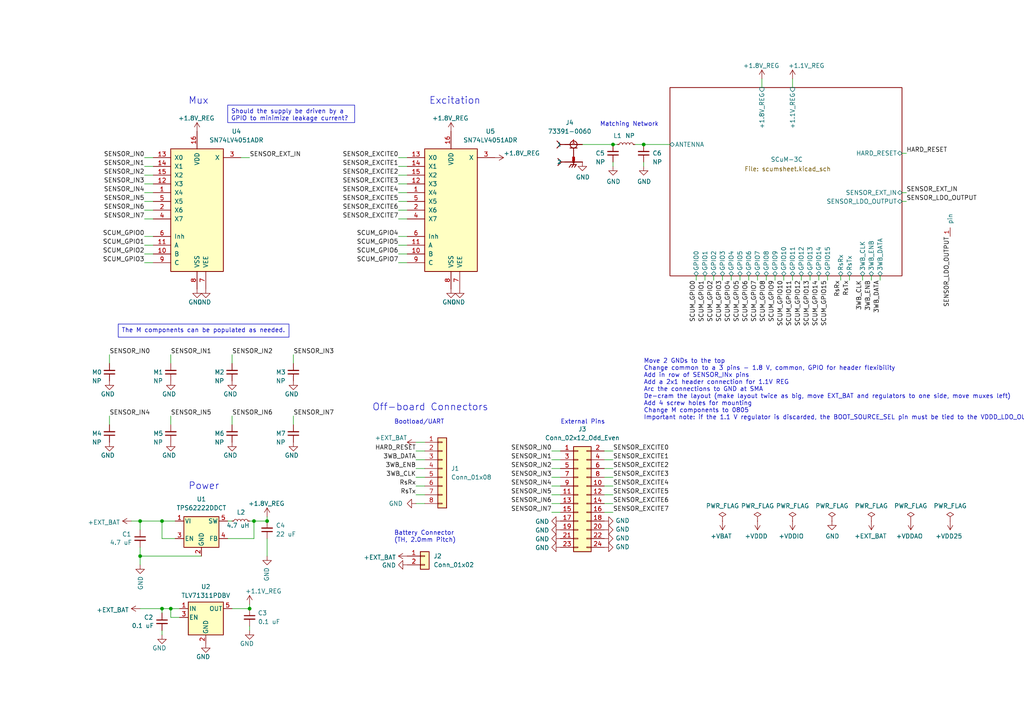
<source format=kicad_sch>
(kicad_sch (version 20230121) (generator eeschema)
  (paper "A4")
  (title_block (title "Sulu-SmartStake") (rev "v1.0") (company "Berkeley Sensor and Actuator Center") (comment 1 "Titan Yuan") (comment 2 "Author(s):") (comment 3 "Based heavily on Sulu PCB"))
  (lib_symbols
    (symbol "4xxx:4051" (pin_names (offset 1.016))
      (property "Reference" "U" (at -7.62 19.05 0))
      (property "Value" "4051" (at -7.62 -19.05 0))
      (symbol "4051_1_0"
        (pin passive line (at -12.7 5.08 0) (length 5.08) (name "X4") (number "1"))
        (pin input line (at -12.7 -12.7 0) (length 5.08) (name "B") (number "10"))
        (pin input line (at -12.7 -10.16 0) (length 5.08) (name "A") (number "11"))
        (pin passive line (at -12.7 7.62 0) (length 5.08) (name "X3") (number "12"))
        (pin passive line (at -12.7 15.24 0) (length 5.08) (name "X0") (number "13"))
        (pin passive line (at -12.7 12.7 0) (length 5.08) (name "X1") (number "14"))
        (pin passive line (at -12.7 10.16 0) (length 5.08) (name "X2") (number "15"))
        (pin power_in line (at 0 22.86 270) (length 5.08) (name "VDD") (number "16"))
        (pin passive line (at -12.7 0 0) (length 5.08) (name "X6") (number "2"))
        (pin passive line (at 12.7 15.24 180) (length 5.08) (name "X") (number "3"))
        (pin passive line (at -12.7 -2.54 0) (length 5.08) (name "X7") (number "4"))
        (pin passive line (at -12.7 2.54 0) (length 5.08) (name "X5") (number "5"))
        (pin input line (at -12.7 -7.62 0) (length 5.08) (name "Inh") (number "6"))
        (pin power_in line (at 2.54 -22.86 90) (length 5.08) (name "VEE") (number "7"))
        (pin power_in line (at 0 -22.86 90) (length 5.08) (name "VSS") (number "8"))
        (pin input line (at -12.7 -15.24 0) (length 5.08) (name "C") (number "9"))
      )
      (symbol "4051_1_1"
        (rectangle (start -7.62 17.78) (end 7.62 -17.78) (stroke (width 0.254)) (fill (type background)))
      )
    )
    (symbol "73391-0060:73391-0060" (pin_names (offset 1.016))
      (property "Reference" "J" (at -3.81 4.064 0))
      (property "Value" "73391-0060" (at -4.318 -5.588 0))
      (symbol "73391-0060_0_0"
        (circle (center 0 -2.54) (radius 0.254) (stroke (width 0.254)))
        (polyline (pts (xy -4.826 1.524) (xy -3.81 2.54)) (stroke (width 0.254)))
        (polyline (pts (xy -4.826 3.556) (xy -3.81 2.54)) (stroke (width 0.254)))
        (polyline (pts (xy -4.572 -3.556) (xy -3.556 -2.54)) (stroke (width 0.254)))
        (polyline (pts (xy -4.572 -1.524) (xy -3.556 -2.54)) (stroke (width 0.254)))
        (polyline (pts (xy -3.81 2.54) (xy 2.54 2.54)) (stroke (width 0.254)))
        (polyline (pts (xy -1.016 1.524) (xy 0 1.524)) (stroke (width 0.254)))
        (polyline (pts (xy -0.762 -3.302) (xy -1.27 -4.064)) (stroke (width 0.254)))
        (polyline (pts (xy 0 -3.302) (xy -0.762 -3.302)) (stroke (width 0.254)))
        (polyline (pts (xy 0 -3.302) (xy -0.508 -4.064)) (stroke (width 0.254)))
        (polyline (pts (xy 0 -3.302) (xy 0.762 -3.302)) (stroke (width 0.254)))
        (polyline (pts (xy 0 -2.54) (xy -3.556 -2.54)) (stroke (width 0.254)))
        (polyline (pts (xy 0 -2.54) (xy 0 -3.302)) (stroke (width 0.254)))
        (polyline (pts (xy 0 1.524) (xy 0 -2.54)) (stroke (width 0.254)))
        (polyline (pts (xy 0 1.524) (xy 1.016 1.524)) (stroke (width 0.254)))
        (polyline (pts (xy 0.762 -3.302) (xy 0.254 -4.064)) (stroke (width 0.254)))
        (polyline (pts (xy 2.54 -2.54) (xy 0 -2.54)) (stroke (width 0.254)))
        (circle (center 0 2.54) (radius 1.016) (stroke (width 0.254)))
        (pin passive line (at 2.54 2.54 180) (length 5.08) (name "1") (number "1"))
        (pin passive line (at 2.54 -2.54 180) (length 5.08) (name "2") (number "2"))
        (pin passive line (at 2.54 -2.54 180) (length 5.08) (name "2") (number "3"))
        (pin passive line (at 2.54 -2.54 180) (length 5.08) (name "2") (number "4"))
        (pin passive line (at 2.54 -2.54 180) (length 5.08) (name "2") (number "5"))
      )
    )
    (symbol "Connector_Generic:Conn_01x02" (pin_names (offset 1.016) hide)
      (property "Reference" "J" (at 0 2.54 0))
      (property "Value" "Conn_01x02" (at 0 -5.08 0))
      (symbol "Conn_01x02_1_1"
        (rectangle (start -1.27 -2.413) (end 0 -2.667) (stroke (width 0.1524)))
        (rectangle (start -1.27 0.127) (end 0 -0.127) (stroke (width 0.1524)))
        (rectangle (start -1.27 1.27) (end 1.27 -3.81) (stroke (width 0.254)) (fill (type background)))
        (pin passive line (at -5.08 0 0) (length 3.81) (name "Pin_1") (number "1"))
        (pin passive line (at -5.08 -2.54 0) (length 3.81) (name "Pin_2") (number "2"))
      )
    )
    (symbol "Connector_Generic:Conn_01x08" (pin_names (offset 1.016) hide)
      (property "Reference" "J" (at 0 10.16 0))
      (property "Value" "Conn_01x08" (at 0 -12.7 0))
      (symbol "Conn_01x08_1_1"
        (rectangle (start -1.27 -10.033) (end 0 -10.287) (stroke (width 0.1524)))
        (rectangle (start -1.27 -7.493) (end 0 -7.747) (stroke (width 0.1524)))
        (rectangle (start -1.27 -4.953) (end 0 -5.207) (stroke (width 0.1524)))
        (rectangle (start -1.27 -2.413) (end 0 -2.667) (stroke (width 0.1524)))
        (rectangle (start -1.27 0.127) (end 0 -0.127) (stroke (width 0.1524)))
        (rectangle (start -1.27 2.667) (end 0 2.413) (stroke (width 0.1524)))
        (rectangle (start -1.27 5.207) (end 0 4.953) (stroke (width 0.1524)))
        (rectangle (start -1.27 7.747) (end 0 7.493) (stroke (width 0.1524)))
        (rectangle (start -1.27 8.89) (end 1.27 -11.43) (stroke (width 0.254)) (fill (type background)))
        (pin passive line (at -5.08 7.62 0) (length 3.81) (name "Pin_1") (number "1"))
        (pin passive line (at -5.08 5.08 0) (length 3.81) (name "Pin_2") (number "2"))
        (pin passive line (at -5.08 2.54 0) (length 3.81) (name "Pin_3") (number "3"))
        (pin passive line (at -5.08 0 0) (length 3.81) (name "Pin_4") (number "4"))
        (pin passive line (at -5.08 -2.54 0) (length 3.81) (name "Pin_5") (number "5"))
        (pin passive line (at -5.08 -5.08 0) (length 3.81) (name "Pin_6") (number "6"))
        (pin passive line (at -5.08 -7.62 0) (length 3.81) (name "Pin_7") (number "7"))
        (pin passive line (at -5.08 -10.16 0) (length 3.81) (name "Pin_8") (number "8"))
      )
    )
    (symbol "Connector_Generic:Conn_02x12_Odd_Even" (pin_names (offset 1.016) hide)
      (property "Reference" "J" (at 1.27 15.24 0))
      (property "Value" "Conn_02x12_Odd_Even" (at 1.27 -17.78 0))
      (symbol "Conn_02x12_Odd_Even_1_1"
        (rectangle (start -1.27 -15.113) (end 0 -15.367) (stroke (width 0.1524)))
        (rectangle (start -1.27 -12.573) (end 0 -12.827) (stroke (width 0.1524)))
        (rectangle (start -1.27 -10.033) (end 0 -10.287) (stroke (width 0.1524)))
        (rectangle (start -1.27 -7.493) (end 0 -7.747) (stroke (width 0.1524)))
        (rectangle (start -1.27 -4.953) (end 0 -5.207) (stroke (width 0.1524)))
        (rectangle (start -1.27 -2.413) (end 0 -2.667) (stroke (width 0.1524)))
        (rectangle (start -1.27 0.127) (end 0 -0.127) (stroke (width 0.1524)))
        (rectangle (start -1.27 2.667) (end 0 2.413) (stroke (width 0.1524)))
        (rectangle (start -1.27 5.207) (end 0 4.953) (stroke (width 0.1524)))
        (rectangle (start -1.27 7.747) (end 0 7.493) (stroke (width 0.1524)))
        (rectangle (start -1.27 10.287) (end 0 10.033) (stroke (width 0.1524)))
        (rectangle (start -1.27 12.827) (end 0 12.573) (stroke (width 0.1524)))
        (rectangle (start -1.27 13.97) (end 3.81 -16.51) (stroke (width 0.254)) (fill (type background)))
        (rectangle (start 3.81 -15.113) (end 2.54 -15.367) (stroke (width 0.1524)))
        (rectangle (start 3.81 -12.573) (end 2.54 -12.827) (stroke (width 0.1524)))
        (rectangle (start 3.81 -10.033) (end 2.54 -10.287) (stroke (width 0.1524)))
        (rectangle (start 3.81 -7.493) (end 2.54 -7.747) (stroke (width 0.1524)))
        (rectangle (start 3.81 -4.953) (end 2.54 -5.207) (stroke (width 0.1524)))
        (rectangle (start 3.81 -2.413) (end 2.54 -2.667) (stroke (width 0.1524)))
        (rectangle (start 3.81 0.127) (end 2.54 -0.127) (stroke (width 0.1524)))
        (rectangle (start 3.81 2.667) (end 2.54 2.413) (stroke (width 0.1524)))
        (rectangle (start 3.81 5.207) (end 2.54 4.953) (stroke (width 0.1524)))
        (rectangle (start 3.81 7.747) (end 2.54 7.493) (stroke (width 0.1524)))
        (rectangle (start 3.81 10.287) (end 2.54 10.033) (stroke (width 0.1524)))
        (rectangle (start 3.81 12.827) (end 2.54 12.573) (stroke (width 0.1524)))
        (pin passive line (at -5.08 12.7 0) (length 3.81) (name "Pin_1") (number "1"))
        (pin passive line (at 7.62 2.54 180) (length 3.81) (name "Pin_10") (number "10"))
        (pin passive line (at -5.08 0 0) (length 3.81) (name "Pin_11") (number "11"))
        (pin passive line (at 7.62 0 180) (length 3.81) (name "Pin_12") (number "12"))
        (pin passive line (at -5.08 -2.54 0) (length 3.81) (name "Pin_13") (number "13"))
        (pin passive line (at 7.62 -2.54 180) (length 3.81) (name "Pin_14") (number "14"))
        (pin passive line (at -5.08 -5.08 0) (length 3.81) (name "Pin_15") (number "15"))
        (pin passive line (at 7.62 -5.08 180) (length 3.81) (name "Pin_16") (number "16"))
        (pin passive line (at -5.08 -7.62 0) (length 3.81) (name "Pin_17") (number "17"))
        (pin passive line (at 7.62 -7.62 180) (length 3.81) (name "Pin_18") (number "18"))
        (pin passive line (at -5.08 -10.16 0) (length 3.81) (name "Pin_19") (number "19"))
        (pin passive line (at 7.62 12.7 180) (length 3.81) (name "Pin_2") (number "2"))
        (pin passive line (at 7.62 -10.16 180) (length 3.81) (name "Pin_20") (number "20"))
        (pin passive line (at -5.08 -12.7 0) (length 3.81) (name "Pin_21") (number "21"))
        (pin passive line (at 7.62 -12.7 180) (length 3.81) (name "Pin_22") (number "22"))
        (pin passive line (at -5.08 -15.24 0) (length 3.81) (name "Pin_23") (number "23"))
        (pin passive line (at 7.62 -15.24 180) (length 3.81) (name "Pin_24") (number "24"))
        (pin passive line (at -5.08 10.16 0) (length 3.81) (name "Pin_3") (number "3"))
        (pin passive line (at 7.62 10.16 180) (length 3.81) (name "Pin_4") (number "4"))
        (pin passive line (at -5.08 7.62 0) (length 3.81) (name "Pin_5") (number "5"))
        (pin passive line (at 7.62 7.62 180) (length 3.81) (name "Pin_6") (number "6"))
        (pin passive line (at -5.08 5.08 0) (length 3.81) (name "Pin_7") (number "7"))
        (pin passive line (at 7.62 5.08 180) (length 3.81) (name "Pin_8") (number "8"))
        (pin passive line (at -5.08 2.54 0) (length 3.81) (name "Pin_9") (number "9"))
      )
    )
    (symbol "Device:C_Small" (pin_numbers hide) (pin_names (offset 0.254) hide)
      (property "Reference" "C" (at 0.254 1.778 0))
      (property "Value" "C_Small" (at 0.254 -2.032 0))
      (symbol "C_Small_0_1"
        (polyline (pts (xy -1.524 -0.508) (xy 1.524 -0.508)) (stroke (width 0.3302)))
        (polyline (pts (xy -1.524 0.508) (xy 1.524 0.508)) (stroke (width 0.3048)))
      )
      (symbol "C_Small_1_1"
        (pin passive line (at 0 2.54 270) (length 2.032) (name "~") (number "1"))
        (pin passive line (at 0 -2.54 90) (length 2.032) (name "~") (number "2"))
      )
    )
    (symbol "Device:L_Small" (pin_numbers hide) (pin_names (offset 0.254) hide)
      (property "Reference" "L" (at 0.762 1.016 0))
      (property "Value" "L_Small" (at 0.762 -1.016 0))
      (symbol "L_Small_0_1"
        (arc (start 0 -2.032) (mid 0.5058 -1.524) (end 0 -1.016))
        (arc (start 0 -1.016) (mid 0.5058 -0.508) (end 0 0))
        (arc (start 0 0) (mid 0.5058 0.508) (end 0 1.016))
        (arc (start 0 1.016) (mid 0.5058 1.524) (end 0 2.032))
      )
      (symbol "L_Small_1_1"
        (pin passive line (at 0 2.54 270) (length 0.508) (name "~") (number "1"))
        (pin passive line (at 0 -2.54 90) (length 0.508) (name "~") (number "2"))
      )
    )
    (symbol "Regulator_Linear:TLV71311PDBV" (pin_names (offset 0.254))
      (property "Reference" "U" (at -3.81 5.715 0))
      (property "Value" "TLV71311PDBV" (at 0 5.715 0))
      (symbol "TLV71311PDBV_0_1"
        (rectangle (start -5.08 4.445) (end 5.08 -5.08) (stroke (width 0.254)) (fill (type background)))
      )
      (symbol "TLV71311PDBV_1_1"
        (pin power_in line (at -7.62 2.54 0) (length 2.54) (name "IN") (number "1"))
        (pin power_in line (at 0 -7.62 90) (length 2.54) (name "GND") (number "2"))
        (pin input line (at -7.62 0 0) (length 2.54) (name "EN") (number "3"))
        (pin no_connect line (at 5.08 0 180) (length 2.54) hide (name "NC") (number "4"))
        (pin power_out line (at 7.62 2.54 180) (length 2.54) (name "OUT") (number "5"))
      )
    )
    (symbol "draft1lib:+1.8V_REG" (power) (pin_names (offset 0))
      (property "Value" "+1.8V_REG" (at 0 3.556 0))
      (symbol "+1.8V_REG_0_1"
        (polyline (pts (xy -0.762 1.27) (xy 0 2.54)))
        (polyline (pts (xy 0 0) (xy 0 2.54)))
        (polyline (pts (xy 0 2.54) (xy 0.762 1.27)))
      )
      (symbol "+1.8V_REG_1_1"
        (pin power_in line (at 0 0 90) (length 0) hide (name "+1.8V_REG") (number "1"))
      )
    )
    (symbol "draft1library:+1.1V_REG" (power) (pin_names (offset 0))
      (property "Value" "+1.1V_REG" (at 0 3.556 0))
      (symbol "+1.1V_REG_0_1"
        (polyline (pts (xy -0.762 1.27) (xy 0 2.54)))
        (polyline (pts (xy 0 0) (xy 0 2.54)))
        (polyline (pts (xy 0 2.54) (xy 0.762 1.27)))
      )
      (symbol "+1.1V_REG_1_1"
        (pin power_in line (at 0 0 90) (length 0) hide (name "+1.1V_REG") (number "1"))
      )
    )
    (symbol "draft1library:+1.8V_REG" (power) (pin_names (offset 0))
      (property "Value" "+1.8V_REG" (at 0 3.556 0))
      (symbol "+1.8V_REG_0_1"
        (polyline (pts (xy -0.762 1.27) (xy 0 2.54)))
        (polyline (pts (xy 0 0) (xy 0 2.54)))
        (polyline (pts (xy 0 2.54) (xy 0.762 1.27)))
      )
      (symbol "+1.8V_REG_1_1"
        (pin power_in line (at 0 0 90) (length 0) hide (name "+1.8V_REG") (number "1"))
      )
    )
    (symbol "draft1library:+EXT_BAT" (power) (pin_names (offset 0))
      (property "Value" "+EXT_BAT" (at 0 3.556 0))
      (symbol "+EXT_BAT_0_1"
        (polyline (pts (xy -0.762 1.27) (xy 0 2.54)))
        (polyline (pts (xy 0 0) (xy 0 2.54)))
        (polyline (pts (xy 0 2.54) (xy 0.762 1.27)))
      )
      (symbol "+EXT_BAT_1_1"
        (pin power_in line (at 0 0 90) (length 0) hide (name "+EXT_BAT") (number "1"))
      )
    )
    (symbol "draft1library:+VBAT" (power) (pin_names (offset 0))
      (property "Value" "+VBAT" (at 0 3.556 0))
      (symbol "+VBAT_0_1"
        (polyline (pts (xy -0.762 1.27) (xy 0 2.54)))
        (polyline (pts (xy 0 0) (xy 0 2.54)))
        (polyline (pts (xy 0 2.54) (xy 0.762 1.27)))
      )
      (symbol "+VBAT_1_1"
        (pin power_in line (at 0 0 90) (length 0) hide (name "+VBAT") (number "1"))
      )
    )
    (symbol "draft1library:+VDD25" (power) (pin_names (offset 0))
      (property "Value" "+VDD25" (at 0 3.556 0))
      (symbol "+VDD25_0_1"
        (polyline (pts (xy -0.762 1.27) (xy 0 2.54)))
        (polyline (pts (xy 0 0) (xy 0 2.54)))
        (polyline (pts (xy 0 2.54) (xy 0.762 1.27)))
      )
      (symbol "+VDD25_1_1"
        (pin power_in line (at 0 0 90) (length 0) hide (name "+VDD25") (number "1"))
      )
    )
    (symbol "draft1library:+VDDAO" (power) (pin_names (offset 0))
      (property "Value" "+VDDAO" (at 0 3.556 0))
      (symbol "+VDDAO_0_1"
        (polyline (pts (xy -0.762 1.27) (xy 0 2.54)))
        (polyline (pts (xy 0 0) (xy 0 2.54)))
        (polyline (pts (xy 0 2.54) (xy 0.762 1.27)))
      )
      (symbol "+VDDAO_1_1"
        (pin power_in line (at 0 0 90) (length 0) hide (name "+VDDAO") (number "1"))
      )
    )
    (symbol "draft1library:+VDDD" (power) (pin_names (offset 0))
      (property "Value" "+VDDD" (at 0 3.556 0))
      (symbol "+VDDD_0_1"
        (polyline (pts (xy -0.762 1.27) (xy 0 2.54)))
        (polyline (pts (xy 0 0) (xy 0 2.54)))
        (polyline (pts (xy 0 2.54) (xy 0.762 1.27)))
      )
      (symbol "+VDDD_1_1"
        (pin power_in line (at 0 0 90) (length 0) hide (name "+VDDD") (number "1"))
      )
    )
    (symbol "draft1library:+VDDIO" (power) (pin_names (offset 0))
      (property "Value" "+VDDIO" (at 0 3.556 0))
      (symbol "+VDDIO_0_1"
        (polyline (pts (xy -0.762 1.27) (xy 0 2.54)))
        (polyline (pts (xy 0 0) (xy 0 2.54)))
        (polyline (pts (xy 0 2.54) (xy 0.762 1.27)))
      )
      (symbol "+VDDIO_1_1"
        (pin power_in line (at 0 0 90) (length 0) hide (name "+VDDIO") (number "1"))
      )
    )
    (symbol "draft1library:TPS62222DDCT" (pin_names (offset 0.254))
      (property "Reference" "U" (at -5.08 7.62 0))
      (property "Value" "TPS62222DDCT" (at 0 7.62 0))
      (symbol "TPS62222DDCT_0_1"
        (rectangle (start -5.08 6.35) (end 5.08 -2.54) (stroke (width 0.254)) (fill (type background)))
      )
      (symbol "TPS62222DDCT_1_1"
        (pin power_in line (at -7.62 5.08 0) (length 2.54) (name "VI") (number "1"))
        (pin power_in line (at 0 -5.08 90) (length 2.54) (name "GND") (number "2"))
        (pin input line (at -7.62 0 0) (length 2.54) (name "EN") (number "3"))
        (pin input line (at 7.62 0 180) (length 2.54) (name "FB") (number "4"))
        (pin output line (at 7.62 5.08 180) (length 2.54) (name "SW") (number "5"))
      )
    )
    (symbol "draft1library:through_hole" (pin_names (offset 1.016))
      (symbol "through_hole_1_1"
        (pin output line (at 0 0 0) (length 2.54) (name "pin") (number "1"))
      )
    )
    (symbol "power:GND" (power) (pin_names (offset 0))
      (property "Value" "GND" (at 0 -3.81 0))
      (symbol "GND_0_1"
        (polyline (pts (xy 0 0) (xy 0 -1.27) (xy 1.27 -1.27) (xy 0 -2.54) (xy -1.27 -1.27) (xy 0 -1.27)))
      )
      (symbol "GND_1_1"
        (pin power_in line (at 0 0 270) (length 0) hide (name "GND") (number "1"))
      )
    )
    (symbol "power:PWR_FLAG" (power) (pin_numbers hide) (pin_names (offset 0) hide)
      (property "Value" "PWR_FLAG" (at 0 3.81 0))
      (symbol "PWR_FLAG_0_0"
        (pin power_out line (at 0 0 90) (length 0) (name "pwr") (number "1"))
      )
      (symbol "PWR_FLAG_0_1"
        (polyline (pts (xy 0 0) (xy 0 1.27) (xy -1.016 1.905) (xy 0 2.54) (xy 1.016 1.905) (xy 0 1.27)))
      )
    )
  )
  (junction (at 77.47 151.13))
  (junction (at 73.66 151.13))
  (junction (at 177.8 41.91))
  (junction (at 40.64 151.13))
  (junction (at 72.39 176.53))
  (junction (at 186.69 41.91))
  (junction (at 46.99 151.13))
  (junction (at 40.64 161.29))
  (junction (at 49.53 176.53))
  (junction (at 46.99 176.53))
  (wire (pts (xy 85.09 120.65) (xy 85.09 123.19)))
  (wire (pts (xy 41.91 68.58) (xy 44.45 68.58)))
  (wire (pts (xy 175.26 135.89) (xy 177.8 135.89)))
  (wire (pts (xy 115.57 58.42) (xy 118.11 58.42)))
  (wire (pts (xy 224.79 80.01) (xy 224.79 81.28)))
  (wire (pts (xy 77.47 149.86) (xy 77.47 151.13)))
  (wire (pts (xy 160.02 135.89) (xy 162.56 135.89)))
  (wire (pts (xy 52.07 179.07) (xy 49.53 179.07)))
  (wire (pts (xy 49.53 176.53) (xy 52.07 176.53)))
  (wire (pts (xy 49.53 102.87) (xy 49.53 105.41)))
  (wire (pts (xy 46.99 156.21) (xy 46.99 151.13)))
  (wire (pts (xy 46.99 177.8) (xy 46.99 176.53)))
  (wire (pts (xy 237.49 80.01) (xy 237.49 81.28)))
  (wire (pts (xy 69.85 45.72) (xy 72.39 45.72)))
  (wire (pts (xy 41.91 71.12) (xy 44.45 71.12)))
  (wire (pts (xy 175.26 133.35) (xy 177.8 133.35)))
  (wire (pts (xy 214.63 80.01) (xy 214.63 81.28)))
  (wire (pts (xy 229.87 80.01) (xy 229.87 81.28)))
  (wire (pts (xy 217.17 80.01) (xy 217.17 81.28)))
  (wire (pts (xy 120.65 146.05) (xy 123.19 146.05)))
  (wire (pts (xy 229.87 22.86) (xy 229.87 25.4)))
  (wire (pts (xy 77.47 156.21) (xy 77.47 161.29)))
  (wire (pts (xy 115.57 53.34) (xy 118.11 53.34)))
  (wire (pts (xy 38.1 151.13) (xy 40.64 151.13)))
  (wire (pts (xy 49.53 120.65) (xy 49.53 123.19)))
  (wire (pts (xy 175.26 146.05) (xy 177.8 146.05)))
  (wire (pts (xy 115.57 71.12) (xy 118.11 71.12)))
  (wire (pts (xy 120.65 140.97) (xy 123.19 140.97)))
  (wire (pts (xy 175.26 143.51) (xy 177.8 143.51)))
  (wire (pts (xy 85.09 102.87) (xy 85.09 105.41)))
  (wire (pts (xy 160.02 140.97) (xy 162.56 140.97)))
  (wire (pts (xy 46.99 151.13) (xy 50.8 151.13)))
  (wire (pts (xy 222.25 80.01) (xy 222.25 81.28)))
  (wire (pts (xy 250.19 80.01) (xy 250.19 81.28)))
  (wire (pts (xy 40.64 163.83) (xy 40.64 161.29)))
  (wire (pts (xy 168.91 41.91) (xy 177.8 41.91)))
  (wire (pts (xy 40.64 151.13) (xy 46.99 151.13)))
  (wire (pts (xy 120.65 135.89) (xy 123.19 135.89)))
  (wire (pts (xy 201.93 80.01) (xy 201.93 81.28)))
  (wire (pts (xy 41.91 48.26) (xy 44.45 48.26)))
  (wire (pts (xy 186.69 48.26) (xy 186.69 46.99)))
  (wire (pts (xy 66.04 156.21) (xy 73.66 156.21)))
  (wire (pts (xy 160.02 133.35) (xy 162.56 133.35)))
  (wire (pts (xy 73.66 151.13) (xy 77.47 151.13)))
  (wire (pts (xy 115.57 50.8) (xy 118.11 50.8)))
  (wire (pts (xy 234.95 80.01) (xy 234.95 81.28)))
  (wire (pts (xy 175.26 140.97) (xy 177.8 140.97)))
  (wire (pts (xy 255.27 80.01) (xy 255.27 81.28)))
  (wire (pts (xy 115.57 73.66) (xy 118.11 73.66)))
  (wire (pts (xy 72.39 151.13) (xy 73.66 151.13)))
  (wire (pts (xy 194.31 41.91) (xy 186.69 41.91)))
  (wire (pts (xy 160.02 130.81) (xy 162.56 130.81)))
  (wire (pts (xy 41.91 73.66) (xy 44.45 73.66)))
  (wire (pts (xy 31.75 120.65) (xy 31.75 123.19)))
  (wire (pts (xy 41.91 60.96) (xy 44.45 60.96)))
  (wire (pts (xy 40.64 176.53) (xy 46.99 176.53)))
  (wire (pts (xy 120.65 130.81) (xy 123.19 130.81)))
  (wire (pts (xy 184.15 41.91) (xy 186.69 41.91)))
  (wire (pts (xy 160.02 148.59) (xy 162.56 148.59)))
  (wire (pts (xy 120.65 133.35) (xy 123.19 133.35)))
  (wire (pts (xy 41.91 76.2) (xy 44.45 76.2)))
  (wire (pts (xy 115.57 60.96) (xy 118.11 60.96)))
  (wire (pts (xy 120.65 128.27) (xy 123.19 128.27)))
  (wire (pts (xy 73.66 156.21) (xy 73.66 151.13)))
  (wire (pts (xy 41.91 55.88) (xy 44.45 55.88)))
  (wire (pts (xy 72.39 182.88) (xy 72.39 181.61)))
  (wire (pts (xy 50.8 156.21) (xy 46.99 156.21)))
  (wire (pts (xy 243.84 80.01) (xy 243.84 81.28)))
  (wire (pts (xy 227.33 80.01) (xy 227.33 81.28)))
  (wire (pts (xy 40.64 161.29) (xy 58.42 161.29)))
  (wire (pts (xy 160.02 143.51) (xy 162.56 143.51)))
  (wire (pts (xy 120.65 138.43) (xy 123.19 138.43)))
  (wire (pts (xy 41.91 58.42) (xy 44.45 58.42)))
  (wire (pts (xy 160.02 146.05) (xy 162.56 146.05)))
  (wire (pts (xy 115.57 63.5) (xy 118.11 63.5)))
  (wire (pts (xy 177.8 48.26) (xy 177.8 46.99)))
  (wire (pts (xy 175.26 148.59) (xy 177.8 148.59)))
  (wire (pts (xy 160.02 138.43) (xy 162.56 138.43)))
  (wire (pts (xy 115.57 76.2) (xy 118.11 76.2)))
  (wire (pts (xy 120.65 143.51) (xy 123.19 143.51)))
  (wire (pts (xy 115.57 48.26) (xy 118.11 48.26)))
  (wire (pts (xy 212.09 80.01) (xy 212.09 81.28)))
  (wire (pts (xy 204.47 80.01) (xy 204.47 81.28)))
  (wire (pts (xy 66.04 151.13) (xy 67.31 151.13)))
  (wire (pts (xy 40.64 151.13) (xy 40.64 153.67)))
  (wire (pts (xy 175.26 138.43) (xy 177.8 138.43)))
  (wire (pts (xy 115.57 45.72) (xy 118.11 45.72)))
  (wire (pts (xy 115.57 55.88) (xy 118.11 55.88)))
  (wire (pts (xy 46.99 176.53) (xy 49.53 176.53)))
  (wire (pts (xy 240.03 80.01) (xy 240.03 81.28)))
  (wire (pts (xy 41.91 45.72) (xy 44.45 45.72)))
  (wire (pts (xy 207.01 80.01) (xy 207.01 81.28)))
  (wire (pts (xy 41.91 53.34) (xy 44.45 53.34)))
  (wire (pts (xy 67.31 176.53) (xy 72.39 176.53)))
  (wire (pts (xy 261.62 58.42) (xy 262.89 58.42)))
  (wire (pts (xy 209.55 80.01) (xy 209.55 81.28)))
  (wire (pts (xy 175.26 130.81) (xy 177.8 130.81)))
  (wire (pts (xy 46.99 184.15) (xy 46.99 182.88)))
  (wire (pts (xy 31.75 102.87) (xy 31.75 105.41)))
  (wire (pts (xy 261.62 55.88) (xy 262.89 55.88)))
  (wire (pts (xy 232.41 80.01) (xy 232.41 81.28)))
  (wire (pts (xy 49.53 179.07) (xy 49.53 176.53)))
  (wire (pts (xy 219.71 80.01) (xy 219.71 81.28)))
  (wire (pts (xy 177.8 41.91) (xy 179.07 41.91)))
  (wire (pts (xy 41.91 63.5) (xy 44.45 63.5)))
  (wire (pts (xy 246.38 80.01) (xy 246.38 81.28)))
  (wire (pts (xy 261.62 44.45) (xy 262.89 44.45)))
  (wire (pts (xy 220.98 22.86) (xy 220.98 25.4)))
  (wire (pts (xy 115.57 68.58) (xy 118.11 68.58)))
  (wire (pts (xy 252.73 80.01) (xy 252.73 81.28)))
  (wire (pts (xy 72.39 175.26) (xy 72.39 176.53)))
  (wire (pts (xy 67.31 102.87) (xy 67.31 105.41)))
  (wire (pts (xy 41.91 50.8) (xy 44.45 50.8)))
  (wire (pts (xy 67.31 120.65) (xy 67.31 123.19)))
  (wire (pts (xy 40.64 161.29) (xy 40.64 158.75)))
  (text_box "Should the supply be driven by a GPIO to minimize leakage current?" (at 66.04 30.48 0) (size 36.83 5.08) (effects (font (size 1.27 1.27)) (justify left top)))
  (text_box "The M components can be populated as needed." (at 34.29 93.98 0) (size 49.53 3.81) (effects (font (size 1.27 1.27)) (justify left top)))
  (text "Matching Network" (at 173.99 36.83 0) (effects (font (size 1.27 1.27)) (justify left bottom)))
  (text "External Pins" (at 162.56 123.19 0) (effects (font (size 1.27 1.27)) (justify left bottom)))
  (text "Battery Connector\n(TH, 2.0mm Pitch)" (at 114.3 157.48 0) (effects (font (size 1.27 1.27)) (justify left bottom)))
  (text "Move 2 GNDs to the top\nChange common to a 3 pins - 1.8 V, common, GPIO for header flexibility\nAdd in row of SENSOR_INx pins\nAdd a 2x1 header connection for 1.1V REG\nArc the connections to GND at SMA\nDe-cram the layout (make layout twice as big, move EXT_BAT and regulators to one side, move muxes left)\nAdd 4 screw holes for mounting\nChange M components to 0805\nImportant note: if the 1.1 V regulator is discarded, the BOOT_SOURCE_SEL pin must be tied to the VDDD_LDO_OUTPUT pin if 3WB should work.\n" (at 186.69 121.92 0) (effects (font (size 1.27 1.27)) (justify left bottom)))
  (text "Bootload/UART\n" (at 114.3 123.19 0) (effects (font (size 1.27 1.27)) (justify left bottom)))
  (text "Off-board Connectors" (at 107.95 119.38 0) (effects (font (size 2 2)) (justify left bottom)))
  (text "Mux" (at 54.61 30.48 0) (effects (font (size 2 2)) (justify left bottom)))
  (text "Excitation" (at 124.46 30.48 0) (effects (font (size 2 2)) (justify left bottom)))
  (text "Power" (at 54.61 142.24 0) (effects (font (size 2 2)) (justify left bottom)))
  (label "SENSOR_LDO_OUTPUT" (at 275.59 68.58 270))
  (label "SENSOR_EXT_IN" (at 72.39 45.72 0))
  (label "SCUM_GPIO3" (at 41.91 76.2 180))
  (label "SENSOR_EXCITE1" (at 115.57 48.26 180))
  (label "SENSOR_EXCITE0" (at 115.57 45.72 180))
  (label "SENSOR_IN0" (at 41.91 45.72 180))
  (label "SCUM_GPIO12" (at 232.41 81.28 270))
  (label "SENSOR_EXCITE4" (at 115.57 55.88 180))
  (label "SENSOR_IN0" (at 160.02 130.81 180))
  (label "SENSOR_IN2" (at 41.91 50.8 180))
  (label "SENSOR_EXCITE2" (at 115.57 50.8 180))
  (label "SENSOR_IN3" (at 160.02 138.43 180))
  (label "SCUM_GPIO1" (at 204.47 81.28 270))
  (label "SENSOR_IN4" (at 31.75 120.65 0))
  (label "SENSOR_EXCITE7" (at 177.8 148.59 0))
  (label "SENSOR_IN7" (at 85.09 120.65 0))
  (label "RsTx" (at 120.65 143.51 180))
  (label "SCUM_GPIO6" (at 217.17 81.28 270))
  (label "RsRx" (at 120.65 140.97 180))
  (label "SCUM_GPIO4" (at 115.57 68.58 180))
  (label "SENSOR_EXCITE2" (at 177.8 135.89 0))
  (label "SCUM_GPIO11" (at 229.87 81.28 270))
  (label "SENSOR_IN1" (at 49.53 102.87 0))
  (label "SCUM_GPIO15" (at 240.03 81.28 270))
  (label "SENSOR_IN5" (at 41.91 58.42 180))
  (label "3WB_ENB" (at 120.65 135.89 180))
  (label "SENSOR_EXCITE3" (at 115.57 53.34 180))
  (label "SCUM_GPIO7" (at 219.71 81.28 270))
  (label "3WB_ENB" (at 252.73 81.28 270))
  (label "3WB_DATA" (at 255.27 81.28 270))
  (label "SCUM_GPIO3" (at 209.55 81.28 270))
  (label "SENSOR_EXCITE7" (at 115.57 63.5 180))
  (label "SENSOR_IN6" (at 41.91 60.96 180))
  (label "SENSOR_EXCITE4" (at 177.8 140.97 0))
  (label "SENSOR_IN1" (at 160.02 133.35 180))
  (label "SENSOR_EXCITE6" (at 177.8 146.05 0))
  (label "SCUM_GPIO4" (at 212.09 81.28 270))
  (label "SENSOR_IN3" (at 85.09 102.87 0))
  (label "SENSOR_IN5" (at 49.53 120.65 0))
  (label "SCUM_GPIO10" (at 227.33 81.28 270))
  (label "SCUM_GPIO6" (at 115.57 73.66 180))
  (label "SENSOR_IN3" (at 41.91 53.34 180))
  (label "SCUM_GPIO0" (at 41.91 68.58 180))
  (label "SENSOR_EXCITE5" (at 115.57 58.42 180))
  (label "SCUM_GPIO2" (at 207.01 81.28 270))
  (label "SENSOR_IN7" (at 41.91 63.5 180))
  (label "SENSOR_IN7" (at 160.02 148.59 180))
  (label "SCUM_GPIO7" (at 115.57 76.2 180))
  (label "SCUM_GPIO1" (at 41.91 71.12 180))
  (label "SENSOR_IN4" (at 41.91 55.88 180))
  (label "SENSOR_IN6" (at 160.02 146.05 180))
  (label "SCUM_GPIO5" (at 115.57 71.12 180))
  (label "HARD_RESET" (at 120.65 130.81 180))
  (label "SCUM_GPIO9" (at 224.79 81.28 270))
  (label "SENSOR_EXCITE1" (at 177.8 133.35 0))
  (label "3WB_CLK" (at 250.19 81.28 270))
  (label "HARD_RESET" (at 262.89 44.45 0))
  (label "RsTx" (at 246.38 81.28 270))
  (label "SCUM_GPIO2" (at 41.91 73.66 180))
  (label "SENSOR_EXT_IN" (at 262.89 55.88 0))
  (label "SCUM_GPIO14" (at 237.49 81.28 270))
  (label "SENSOR_IN0" (at 31.75 102.87 0))
  (label "SENSOR_IN1" (at 41.91 48.26 180))
  (label "SENSOR_IN6" (at 67.31 120.65 0))
  (label "SENSOR_EXCITE6" (at 115.57 60.96 180))
  (label "SCUM_GPIO0" (at 201.93 81.28 270))
  (label "SCUM_GPIO8" (at 222.25 81.28 270))
  (label "SENSOR_IN2" (at 160.02 135.89 180))
  (label "SCUM_GPIO13" (at 234.95 81.28 270))
  (label "SCUM_GPIO5" (at 214.63 81.28 270))
  (label "SENSOR_IN4" (at 160.02 140.97 180))
  (label "SENSOR_EXCITE3" (at 177.8 138.43 0))
  (label "3WB_DATA" (at 120.65 133.35 180))
  (label "SENSOR_IN5" (at 160.02 143.51 180))
  (label "RsRx" (at 243.84 81.28 270))
  (label "SENSOR_EXCITE5" (at 177.8 143.51 0))
  (label "3WB_CLK" (at 120.65 138.43 180))
  (label "SENSOR_EXCITE0" (at 177.8 130.81 0))
  (label "SENSOR_IN2" (at 67.31 102.87 0))
  (label "SENSOR_LDO_OUTPUT" (at 262.89 58.42 0))
  (symbol (lib_id "draft1library:+EXT_BAT") (at 118.11 161.29 90) (mirror x) (unit 1)
    (property "Reference" "#PWR021" (effects hide))
    (property "Value" "+EXT_BAT" (at 114.8588 161.671 90) (effects (justify left)))
  )
  (symbol (lib_id "power:GND") (at 241.3 151.13 0) (unit 1)
    (property "Reference" "#PWR045" (effects hide))
    (property "Value" "GND" (at 241.427 155.5242 0))
  )
  (symbol (lib_id "Device:L_Small") (at 181.61 41.91 90) (unit 1)
    (property "Reference" "L1" (at 180.34 39.37 90) (effects (justify left)))
    (property "Value" "NP" (at 184.15 39.37 90) (effects (justify left)))
    (property "Footprint" "Inductor_SMD:L_0603_1608Metric" (effects hide))
  )
  (symbol (lib_id "draft1library:+1.8V_REG") (at 220.98 22.86 0) (mirror y) (unit 1)
    (property "Reference" "#PWR042" (effects hide))
    (property "Value" "+1.8V_REG" (at 226.06 19.05 0) (effects (justify left)))
  )
  (symbol (lib_id "power:GND") (at 59.69 186.69 0) (unit 1)
    (property "Reference" "#PWR012" (effects hide))
    (property "Value" "GND" (at 60.96 190.5 0) (effects (justify right)))
  )
  (symbol (lib_id "draft1library:+EXT_BAT") (at 120.65 128.27 90) (mirror x) (unit 1)
    (property "Reference" "#PWR023" (effects hide))
    (property "Value" "+EXT_BAT" (at 118.11 127 90) (effects (justify left)))
  )
  (symbol (lib_id "power:PWR_FLAG") (at 252.73 151.13 0) (unit 1)
    (property "Reference" "#FLG05" (effects hide))
    (property "Value" "PWR_FLAG" (at 252.73 146.7358 0))
  )
  (symbol (lib_id "power:GND") (at 31.75 110.49 0) (mirror y) (unit 1)
    (property "Reference" "#PWR01" (effects hide))
    (property "Value" "GND" (at 29.21 114.3 0) (effects (justify right)))
  )
  (symbol (lib_id "draft1library:+1.8V_REG") (at 57.15 38.1 0) (mirror y) (unit 1)
    (property "Reference" "#PWR09" (effects hide))
    (property "Value" "+1.8V_REG" (at 62.23 34.29 0) (effects (justify left)))
  )
  (symbol (lib_id "4xxx:4051") (at 130.81 60.96 0) (unit 1)
    (property "Reference" "U5" (at 142.24 38.1 0))
    (property "Value" "SN74LV4051ADR" (at 142.24 40.64 0))
    (property "Footprint" "Package_SO:SOIC-16_4.55x10.3mm_P1.27mm" (effects hide))
    (property "Datasheet" "https://www.ti.com/lit/ds/symlink/sn74lv4051a.pdf" (effects hide))
  )
  (symbol (lib_id "power:GND") (at 49.53 110.49 0) (mirror y) (unit 1)
    (property "Reference" "#PWR07" (effects hide))
    (property "Value" "GND" (at 46.99 114.3 0) (effects (justify right)))
  )
  (symbol (lib_id "power:GND") (at 46.99 184.15 0) (unit 1)
    (property "Reference" "#PWR06" (effects hide))
    (property "Value" "GND" (at 48.26 187.96 0) (effects (justify right)))
  )
  (symbol (lib_id "Device:C_Small") (at 77.47 153.67 0) (mirror x) (unit 1)
    (property "Reference" "C4" (at 80.01 152.4 0) (effects (justify left)))
    (property "Value" "22 uF" (at 80.01 154.94 0) (effects (justify left)))
    (property "Footprint" "Capacitor_SMD:C_0603_1608Metric" (effects hide))
  )
  (symbol (lib_id "Device:C_Small") (at 46.99 180.34 0) (mirror y) (unit 1)
    (property "Reference" "C2" (at 44.45 179.07 0) (effects (justify left)))
    (property "Value" "0.1 uF" (at 44.6532 181.483 0) (effects (justify left)))
    (property "Footprint" "Capacitor_SMD:C_0402_1005Metric" (effects hide))
  )
  (symbol (lib_id "power:GND") (at 77.47 161.29 0) (mirror y) (unit 1)
    (property "Reference" "#PWR018" (effects hide))
    (property "Value" "GND" (at 77.343 164.5412 90) (effects (justify right)))
  )
  (symbol (lib_id "power:PWR_FLAG") (at 241.3 151.13 0) (unit 1)
    (property "Reference" "#FLG04" (effects hide))
    (property "Value" "PWR_FLAG" (at 241.3 146.7358 0))
  )
  (symbol (lib_id "power:GND") (at 49.53 128.27 0) (mirror y) (unit 1)
    (property "Reference" "#PWR08" (effects hide))
    (property "Value" "GND" (at 46.99 132.08 0) (effects (justify right)))
  )
  (symbol (lib_id "Device:C_Small") (at 31.75 125.73 0) (mirror x) (unit 1)
    (property "Reference" "M4" (at 26.67 125.73 0) (effects (justify left)))
    (property "Value" "NP" (at 26.67 128.27 0) (effects (justify left)))
    (property "Footprint" "Capacitor_SMD:C_0603_1608Metric" (effects hide))
  )
  (symbol (lib_id "draft1library:+VDDIO") (at 229.87 151.13 180) (unit 1)
    (property "Reference" "#PWR044" (effects hide))
    (property "Value" "+VDDIO" (at 229.489 155.5242 0))
  )
  (symbol (lib_id "power:GND") (at 177.8 48.26 0) (unit 1)
    (property "Reference" "#PWR038" (effects hide))
    (property "Value" "GND" (at 177.927 52.6542 0))
  )
  (symbol (lib_id "power:GND") (at 130.81 83.82 0) (mirror y) (unit 1)
    (property "Reference" "#PWR026" (effects hide))
    (property "Value" "GND" (at 128.27 87.63 0) (effects (justify right)))
  )
  (symbol (lib_id "Regulator_Linear:TLV71311PDBV") (at 59.69 179.07 0) (unit 1)
    (property "Reference" "U2" (at 59.69 170.18 0))
    (property "Value" "TLV71311PDBV" (at 59.69 172.72 0))
    (property "Footprint" "Package_TO_SOT_SMD:SOT-23-5" (effects hide))
    (property "Datasheet" "http://www.ti.com/lit/ds/symlink/tlv713p.pdf" (effects hide))
  )
  (symbol (lib_id "Connector_Generic:Conn_02x12_Odd_Even") (at 167.64 143.51 0) (unit 1)
    (property "Reference" "J3" (at 168.91 124.46 0))
    (property "Value" "Conn_02x12_Odd_Even" (at 168.91 127 0))
    (property "Footprint" "Connector_PinHeader_2.54mm:PinHeader_2x12_P2.54mm_Vertical" (effects hide))
  )
  (symbol (lib_id "Connector_Generic:Conn_01x02") (at 123.19 161.29 0) (unit 1)
    (property "Reference" "J2" (at 125.73 161.29 0) (effects (justify left)))
    (property "Value" "Conn_01x02" (at 125.73 163.83 0) (effects (justify left)))
    (property "Footprint" "Connector_JST:JST_PH_B2B-PH-K_1x02_P2.00mm_Vertical" (effects hide))
  )
  (symbol (lib_id "power:GND") (at 175.26 153.67 90) (unit 1)
    (property "Reference" "#PWR035" (effects hide))
    (property "Value" "GND" (at 178.5112 153.543 90) (effects (justify right)))
  )
  (symbol (lib_id "Device:C_Small") (at 85.09 125.73 0) (mirror x) (unit 1)
    (property "Reference" "M7" (at 80.01 125.73 0) (effects (justify left)))
    (property "Value" "NP" (at 80.01 128.27 0) (effects (justify left)))
    (property "Footprint" "Capacitor_SMD:C_0603_1608Metric" (effects hide))
  )
  (symbol (lib_id "power:GND") (at 162.56 158.75 270) (unit 1)
    (property "Reference" "#PWR032" (effects hide))
    (property "Value" "GND" (at 159.3088 158.877 90) (effects (justify right)))
  )
  (symbol (lib_id "Device:C_Small") (at 67.31 125.73 0) (mirror x) (unit 1)
    (property "Reference" "M6" (at 62.23 125.73 0) (effects (justify left)))
    (property "Value" "NP" (at 62.23 128.27 0) (effects (justify left)))
    (property "Footprint" "Capacitor_SMD:C_0603_1608Metric" (effects hide))
  )
  (symbol (lib_id "Device:C_Small") (at 72.39 179.07 0) (mirror y) (unit 1)
    (property "Reference" "C3" (at 77.47 177.8 0) (effects (justify left)))
    (property "Value" "0.1 uF" (at 81.28 180.34 0) (effects (justify left)))
    (property "Footprint" "Capacitor_SMD:C_0402_1005Metric" (effects hide))
  )
  (symbol (lib_id "power:PWR_FLAG") (at 264.16 151.13 0) (unit 1)
    (property "Reference" "#FLG06" (effects hide))
    (property "Value" "PWR_FLAG" (at 264.16 146.7358 0))
  )
  (symbol (lib_id "Device:C_Small") (at 49.53 107.95 0) (mirror x) (unit 1)
    (property "Reference" "M1" (at 44.45 107.95 0) (effects (justify left)))
    (property "Value" "NP" (at 44.45 110.49 0) (effects (justify left)))
    (property "Footprint" "Capacitor_SMD:C_0603_1608Metric" (effects hide))
  )
  (symbol (lib_id "Device:C_Small") (at 31.75 107.95 0) (mirror x) (unit 1)
    (property "Reference" "M0" (at 26.67 107.95 0) (effects (justify left)))
    (property "Value" "NP" (at 26.67 110.49 0) (effects (justify left)))
    (property "Footprint" "Capacitor_SMD:C_0603_1608Metric" (effects hide))
  )
  (symbol (lib_id "draft1library:+1.8V_REG") (at 130.81 38.1 0) (mirror y) (unit 1)
    (property "Reference" "#PWR025" (effects hide))
    (property "Value" "+1.8V_REG" (at 135.89 34.29 0) (effects (justify left)))
  )
  (symbol (lib_id "power:GND") (at 168.91 46.99 0) (unit 1)
    (property "Reference" "#PWR033" (effects hide))
    (property "Value" "GND" (at 169.037 51.3842 0))
  )
  (symbol (lib_id "power:PWR_FLAG") (at 219.71 151.13 0) (unit 1)
    (property "Reference" "#FLG02" (effects hide))
    (property "Value" "PWR_FLAG" (at 219.71 146.7358 0))
  )
  (symbol (lib_id "power:GND") (at 85.09 110.49 0) (mirror y) (unit 1)
    (property "Reference" "#PWR019" (effects hide))
    (property "Value" "GND" (at 82.55 114.3 0) (effects (justify right)))
  )
  (symbol (lib_id "draft1library:+VDDD") (at 219.71 151.13 180) (unit 1)
    (property "Reference" "#PWR041" (effects hide))
    (property "Value" "+VDDD" (at 219.329 155.5242 0))
  )
  (symbol (lib_id "73391-0060:73391-0060") (at 166.37 44.45 0) (unit 1)
    (property "Reference" "J4" (at 165.227 35.56 0))
    (property "Value" "73391-0060" (at 165.227 38.1 0))
    (property "Footprint" "downloaded_libs:MOLEX_73391-0060" (effects hide))
    (property "MANUFACTURER" "Molex" (effects hide))
  )
  (symbol (lib_id "power:GND") (at 175.26 151.13 90) (unit 1)
    (property "Reference" "#PWR034" (effects hide))
    (property "Value" "GND" (at 178.5112 151.003 90) (effects (justify right)))
  )
  (symbol (lib_id "power:GND") (at 162.56 151.13 270) (unit 1)
    (property "Reference" "#PWR029" (effects hide))
    (property "Value" "GND" (at 159.3088 151.257 90) (effects (justify right)))
  )
  (symbol (lib_id "Device:C_Small") (at 67.31 107.95 0) (mirror x) (unit 1)
    (property "Reference" "M2" (at 62.23 107.95 0) (effects (justify left)))
    (property "Value" "NP" (at 62.23 110.49 0) (effects (justify left)))
    (property "Footprint" "Capacitor_SMD:C_0603_1608Metric" (effects hide))
  )
  (symbol (lib_id "draft1library:+VBAT") (at 209.55 151.13 180) (unit 1)
    (property "Reference" "#PWR040" (effects hide))
    (property "Value" "+VBAT" (at 209.169 155.5242 0))
  )
  (symbol (lib_id "power:PWR_FLAG") (at 209.55 151.13 0) (unit 1)
    (property "Reference" "#FLG01" (effects hide))
    (property "Value" "PWR_FLAG" (at 209.55 146.7358 0))
  )
  (symbol (lib_id "power:GND") (at 67.31 110.49 0) (mirror y) (unit 1)
    (property "Reference" "#PWR013" (effects hide))
    (property "Value" "GND" (at 64.77 114.3 0) (effects (justify right)))
  )
  (symbol (lib_id "draft1library:+1.8V_REG") (at 77.47 149.86 0) (mirror y) (unit 1)
    (property "Reference" "#PWR017" (effects hide))
    (property "Value" "+1.8V_REG" (at 82.55 146.05 0) (effects (justify left)))
  )
  (symbol (lib_id "power:GND") (at 175.26 158.75 90) (unit 1)
    (property "Reference" "#PWR037" (effects hide))
    (property "Value" "GND" (at 178.5112 158.623 90) (effects (justify right)))
  )
  (symbol (lib_id "power:PWR_FLAG") (at 229.87 151.13 0) (unit 1)
    (property "Reference" "#FLG03" (effects hide))
    (property "Value" "PWR_FLAG" (at 229.87 146.7358 0))
  )
  (symbol (lib_id "draft1library:through_hole") (at 275.59 68.58 90) (unit 1)
    (property "Reference" "J5" (effects hide))
    (property "Value" "through_hole" (effects hide))
    (property "Footprint" "SCUM:through_hole" (effects hide))
  )
  (symbol (lib_id "power:GND") (at 31.75 128.27 0) (mirror y) (unit 1)
    (property "Reference" "#PWR02" (effects hide))
    (property "Value" "GND" (at 29.21 132.08 0) (effects (justify right)))
  )
  (symbol (lib_id "Device:L_Small") (at 69.85 151.13 90) (unit 1)
    (property "Reference" "L2" (at 71.12 148.59 90) (effects (justify left)))
    (property "Value" "4.7 uH" (at 72.39 152.4 90) (effects (justify left)))
    (property "Footprint" "Inductor_SMD:L_Wuerth_MAPI-2010" (effects hide))
  )
  (symbol (lib_id "draft1library:+VDDAO") (at 264.16 151.13 180) (unit 1)
    (property "Reference" "#PWR047" (effects hide))
    (property "Value" "+VDDAO" (at 263.779 155.5242 0))
  )
  (symbol (lib_id "Device:C_Small") (at 49.53 125.73 0) (mirror x) (unit 1)
    (property "Reference" "M5" (at 44.45 125.73 0) (effects (justify left)))
    (property "Value" "NP" (at 44.45 128.27 0) (effects (justify left)))
    (property "Footprint" "Capacitor_SMD:C_0603_1608Metric" (effects hide))
  )
  (symbol (lib_id "power:GND") (at 72.39 182.88 0) (unit 1)
    (property "Reference" "#PWR016" (effects hide))
    (property "Value" "GND" (at 73.66 186.69 0) (effects (justify right)))
  )
  (symbol (lib_id "power:GND") (at 133.35 83.82 0) (mirror y) (unit 1)
    (property "Reference" "#PWR027" (effects hide))
    (property "Value" "GND" (at 130.81 87.63 0) (effects (justify right)))
  )
  (symbol (lib_id "power:PWR_FLAG") (at 275.59 151.13 0) (unit 1)
    (property "Reference" "#FLG07" (effects hide))
    (property "Value" "PWR_FLAG" (at 275.59 146.7358 0))
  )
  (symbol (lib_id "power:GND") (at 186.69 48.26 0) (unit 1)
    (property "Reference" "#PWR039" (effects hide))
    (property "Value" "GND" (at 186.817 52.6542 0))
  )
  (symbol (lib_id "Connector_Generic:Conn_01x08") (at 128.27 135.89 0) (unit 1)
    (property "Reference" "J1" (at 130.81 135.89 0) (effects (justify left)))
    (property "Value" "Conn_01x08" (at 130.81 138.43 0) (effects (justify left)))
    (property "Footprint" "Molex Connectors:Molex_PicoBlade_53047-0810_1x08_P1.25mm_Vertical" (effects hide))
  )
  (symbol (lib_id "power:GND") (at 118.11 163.83 270) (unit 1)
    (property "Reference" "#PWR022" (effects hide))
    (property "Value" "GND" (at 114.8588 163.957 90) (effects (justify right)))
  )
  (symbol (lib_id "power:GND") (at 162.56 156.21 270) (unit 1)
    (property "Reference" "#PWR031" (effects hide))
    (property "Value" "GND" (at 159.3088 156.337 90) (effects (justify right)))
  )
  (symbol (lib_id "power:GND") (at 175.26 156.21 90) (unit 1)
    (property "Reference" "#PWR036" (effects hide))
    (property "Value" "GND" (at 178.5112 156.083 90) (effects (justify right)))
  )
  (symbol (lib_id "power:GND") (at 40.64 163.83 0) (unit 1)
    (property "Reference" "#PWR04" (effects hide))
    (property "Value" "GND" (at 40.767 167.0812 90) (effects (justify right)))
  )
  (symbol (lib_id "draft1library:TPS62222DDCT") (at 58.42 156.21 0) (unit 1)
    (property "Reference" "U1" (at 58.42 144.78 0))
    (property "Value" "TPS62222DDCT" (at 58.42 147.32 0))
    (property "Footprint" "Package_TO_SOT_SMD:SOT-23-5" (effects hide))
    (property "Datasheet" "https://www.ti.com/lit/ds/symlink/tps62222.pdf" (effects hide))
  )
  (symbol (lib_id "draft1library:+1.1V_REG") (at 72.39 175.26 0) (unit 1)
    (property "Reference" "#PWR015" (effects hide))
    (property "Value" "+1.1V_REG" (at 71.12 171.45 0) (effects (justify left)))
  )
  (symbol (lib_id "power:GND") (at 57.15 83.82 0) (mirror y) (unit 1)
    (property "Reference" "#PWR010" (effects hide))
    (property "Value" "GND" (at 54.61 87.63 0) (effects (justify right)))
  )
  (symbol (lib_id "power:GND") (at 120.65 146.05 270) (unit 1)
    (property "Reference" "#PWR024" (effects hide))
    (property "Value" "GND" (at 116.84 146.05 90) (effects (justify right)))
  )
  (symbol (lib_id "power:GND") (at 162.56 153.67 270) (unit 1)
    (property "Reference" "#PWR030" (effects hide))
    (property "Value" "GND" (at 159.3088 153.797 90) (effects (justify right)))
  )
  (symbol (lib_id "Device:C_Small") (at 40.64 156.21 0) (mirror y) (unit 1)
    (property "Reference" "C1" (at 38.1 154.94 0) (effects (justify left)))
    (property "Value" "4.7 uF" (at 38.3032 157.353 0) (effects (justify left)))
    (property "Footprint" "Capacitor_SMD:C_0402_1005Metric" (effects hide))
  )
  (symbol (lib_id "power:GND") (at 85.09 128.27 0) (mirror y) (unit 1)
    (property "Reference" "#PWR020" (effects hide))
    (property "Value" "GND" (at 82.55 132.08 0) (effects (justify right)))
  )
  (symbol (lib_id "Device:C_Small") (at 186.69 44.45 0) (mirror x) (unit 1)
    (property "Reference" "C6" (at 189.23 44.45 0) (effects (justify left)))
    (property "Value" "NP" (at 189.23 46.99 0) (effects (justify left)))
    (property "Footprint" "Capacitor_SMD:C_0603_1608Metric" (effects hide))
  )
  (symbol (lib_id "draft1library:+1.1V_REG") (at 229.87 22.86 0) (unit 1)
    (property "Reference" "#PWR043" (effects hide))
    (property "Value" "+1.1V_REG" (at 228.6 19.05 0) (effects (justify left)))
  )
  (symbol (lib_id "4xxx:4051") (at 57.15 60.96 0) (unit 1)
    (property "Reference" "U4" (at 68.58 38.1 0))
    (property "Value" "SN74LV4051ADR" (at 68.58 40.64 0))
    (property "Footprint" "Package_SO:SOIC-16_4.55x10.3mm_P1.27mm" (effects hide))
    (property "Datasheet" "https://www.ti.com/lit/ds/symlink/sn74lv4051a.pdf" (effects hide))
  )
  (symbol (lib_id "power:GND") (at 67.31 128.27 0) (mirror y) (unit 1)
    (property "Reference" "#PWR014" (effects hide))
    (property "Value" "GND" (at 64.77 132.08 0) (effects (justify right)))
  )
  (symbol (lib_id "draft1library:+EXT_BAT") (at 40.64 176.53 90) (mirror x) (unit 1)
    (property "Reference" "#PWR05" (effects hide))
    (property "Value" "+EXT_BAT" (at 37.3888 176.911 90) (effects (justify left)))
  )
  (symbol (lib_id "draft1library:+EXT_BAT") (at 252.73 151.13 0) (mirror x) (unit 1)
    (property "Reference" "#PWR046" (effects hide))
    (property "Value" "+EXT_BAT" (at 247.7833 155.4951 0) (effects (justify left)))
  )
  (symbol (lib_id "Device:C_Small") (at 85.09 107.95 0) (mirror x) (unit 1)
    (property "Reference" "M3" (at 80.01 107.95 0) (effects (justify left)))
    (property "Value" "NP" (at 80.01 110.49 0) (effects (justify left)))
    (property "Footprint" "Capacitor_SMD:C_0603_1608Metric" (effects hide))
  )
  (symbol (lib_id "draft1library:+EXT_BAT") (at 38.1 151.13 90) (mirror x) (unit 1)
    (property "Reference" "#PWR03" (effects hide))
    (property "Value" "+EXT_BAT" (at 34.8488 151.511 90) (effects (justify left)))
  )
  (symbol (lib_id "draft1library:+VDD25") (at 275.59 151.13 180) (unit 1)
    (property "Reference" "#PWR048" (effects hide))
    (property "Value" "+VDD25" (at 275.209 155.5242 0))
  )
  (symbol (lib_id "draft1lib:+1.8V_REG") (at 143.51 45.72 270) (unit 1)
    (property "Reference" "#PWR028" (effects hide))
    (property "Value" "+1.8V_REG" (at 146.05 44.45 90) (effects (justify left)))
  )
  (symbol (lib_id "Device:C_Small") (at 177.8 44.45 0) (mirror x) (unit 1)
    (property "Reference" "C5" (at 172.72 44.45 0) (effects (justify left)))
    (property "Value" "NP" (at 172.72 46.99 0) (effects (justify left)))
    (property "Footprint" "Capacitor_SMD:C_0603_1608Metric" (effects hide))
  )
  (symbol (lib_id "power:GND") (at 59.69 83.82 0) (mirror y) (unit 1)
    (property "Reference" "#PWR011" (effects hide))
    (property "Value" "GND" (at 57.15 87.63 0) (effects (justify right)))
  )
  (sheet (at 194.31 25.4) (size 67.31 54.61)
    (property "Sheetname" "SCuM-3C" (at 223.52 46.99 0) (effects (justify left bottom)))
    (property "Sheetfile" "scumsheet.kicad_sch" (at 215.9 48.26 0) (effects (justify left top)))
    (pin "GPIO1" bidirectional (at 204.47 80.01 270))
    (pin "GPIO2" bidirectional (at 207.01 80.01 270))
    (pin "GPIO3" bidirectional (at 209.55 80.01 270))
    (pin "GPIO4" bidirectional (at 212.09 80.01 270))
    (pin "GPIO5" bidirectional (at 214.63 80.01 270))
    (pin "GPIO6" bidirectional (at 217.17 80.01 270))
    (pin "GPIO7" bidirectional (at 219.71 80.01 270))
    (pin "GPIO0" bidirectional (at 201.93 80.01 270))
    (pin "3WB_CLK" bidirectional (at 250.19 80.01 270))
    (pin "3WB_ENB" bidirectional (at 252.73 80.01 270))
    (pin "3WB_DATA" bidirectional (at 255.27 80.01 270))
    (pin "RsTx" bidirectional (at 246.38 80.01 270))
    (pin "RsRx" bidirectional (at 243.84 80.01 270))
    (pin "SENSOR_EXT_IN" bidirectional (at 261.62 55.88 0))
    (pin "SENSOR_LDO_OUTPUT" bidirectional (at 261.62 58.42 0))
    (pin "GPIO8" bidirectional (at 222.25 80.01 270))
    (pin "GPIO9" bidirectional (at 224.79 80.01 270))
    (pin "GPIO10" bidirectional (at 227.33 80.01 270))
    (pin "GPIO12" bidirectional (at 232.41 80.01 270))
    (pin "GPIO13" bidirectional (at 234.95 80.01 270))
    (pin "GPIO14" bidirectional (at 237.49 80.01 270))
    (pin "GPIO15" bidirectional (at 240.03 80.01 270))
    (pin "ANTENNA" bidirectional (at 194.31 41.91 180))
    (pin "HARD_RESET" bidirectional (at 261.62 44.45 0))
    (pin "GPIO11" bidirectional (at 229.87 80.01 270))
    (pin "+1.8V_REG" input (at 220.98 25.4 90))
    (pin "+1.1V_REG" input (at 229.87 25.4 90))
  )
)
</source>
